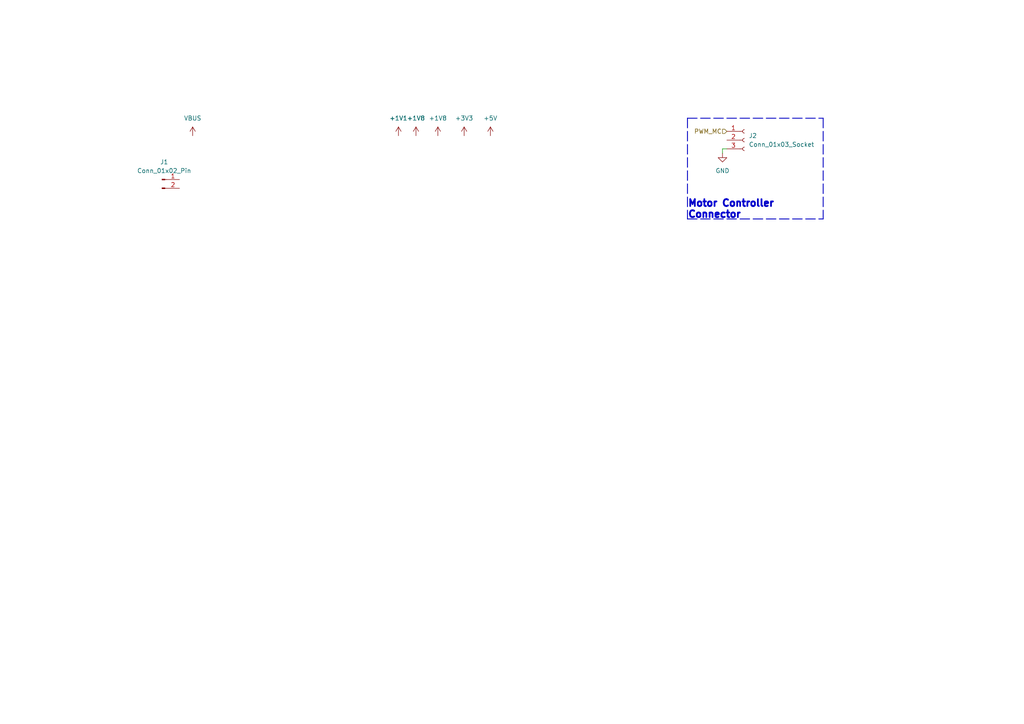
<source format=kicad_sch>
(kicad_sch (version 20230121) (generator eeschema)
  (paper "A4")
  (lib_symbols
    (symbol "Connector:Conn_01x02_Pin" (pin_names (offset 1.016) hide)
      (property "Reference" "J" (at 0 2.54 0))
      (property "Value" "Conn_01x02_Pin" (at 0 -5.08 0))
      (symbol "Conn_01x02_Pin_1_1"
        (polyline (pts (xy 1.27 -2.54) (xy 0.8636 -2.54)) (stroke (width 0.1524)))
        (polyline (pts (xy 1.27 0) (xy 0.8636 0)) (stroke (width 0.1524)))
        (rectangle (start 0.8636 -2.413) (end 0 -2.667) (stroke (width 0.1524)) (fill (type outline)))
        (rectangle (start 0.8636 0.127) (end 0 -0.127) (stroke (width 0.1524)) (fill (type outline)))
        (pin passive line (at 5.08 0 180) (length 3.81) (name "Pin_1") (number "1"))
        (pin passive line (at 5.08 -2.54 180) (length 3.81) (name "Pin_2") (number "2"))
      )
    )
    (symbol "Connector:Conn_01x03_Socket" (pin_names (offset 1.016) hide)
      (property "Reference" "J" (at 0 5.08 0))
      (property "Value" "Conn_01x03_Socket" (at 0 -5.08 0))
      (symbol "Conn_01x03_Socket_1_1"
        (arc (start 0 -2.032) (mid -0.5058 -2.54) (end 0 -3.048) (stroke (width 0.1524)))
        (polyline (pts (xy -1.27 -2.54) (xy -0.508 -2.54)) (stroke (width 0.1524)))
        (polyline (pts (xy -1.27 0) (xy -0.508 0)) (stroke (width 0.1524)))
        (polyline (pts (xy -1.27 2.54) (xy -0.508 2.54)) (stroke (width 0.1524)))
        (arc (start 0 0.508) (mid -0.5058 0) (end 0 -0.508) (stroke (width 0.1524)))
        (arc (start 0 3.048) (mid -0.5058 2.54) (end 0 2.032) (stroke (width 0.1524)))
        (pin passive line (at -5.08 2.54 0) (length 3.81) (name "Pin_1") (number "1"))
        (pin passive line (at -5.08 0 0) (length 3.81) (name "Pin_2") (number "2"))
        (pin passive line (at -5.08 -2.54 0) (length 3.81) (name "Pin_3") (number "3"))
      )
    )
    (symbol "power:+1V1" (power) (pin_names (offset 0))
      (property "Value" "+1V1" (at 0 3.556 0))
      (symbol "+1V1_0_1"
        (polyline (pts (xy -0.762 1.27) (xy 0 2.54)))
        (polyline (pts (xy 0 0) (xy 0 2.54)))
        (polyline (pts (xy 0 2.54) (xy 0.762 1.27)))
      )
      (symbol "+1V1_1_1"
        (pin power_in line (at 0 0 90) (length 0) hide (name "+1V1") (number "1"))
      )
    )
    (symbol "power:+1V8" (power) (pin_names (offset 0))
      (property "Value" "+1V8" (at 0 3.556 0))
      (symbol "+1V8_0_1"
        (polyline (pts (xy -0.762 1.27) (xy 0 2.54)))
        (polyline (pts (xy 0 0) (xy 0 2.54)))
        (polyline (pts (xy 0 2.54) (xy 0.762 1.27)))
      )
      (symbol "+1V8_1_1"
        (pin power_in line (at 0 0 90) (length 0) hide (name "+1V8") (number "1"))
      )
    )
    (symbol "power:+3V3" (power) (pin_names (offset 0))
      (property "Value" "+3V3" (at 0 3.556 0))
      (symbol "+3V3_0_1"
        (polyline (pts (xy -0.762 1.27) (xy 0 2.54)))
        (polyline (pts (xy 0 0) (xy 0 2.54)))
        (polyline (pts (xy 0 2.54) (xy 0.762 1.27)))
      )
      (symbol "+3V3_1_1"
        (pin power_in line (at 0 0 90) (length 0) hide (name "+3V3") (number "1"))
      )
    )
    (symbol "power:+5V" (power) (pin_names (offset 0))
      (property "Value" "+5V" (at 0 3.556 0))
      (symbol "+5V_0_1"
        (polyline (pts (xy -0.762 1.27) (xy 0 2.54)))
        (polyline (pts (xy 0 0) (xy 0 2.54)))
        (polyline (pts (xy 0 2.54) (xy 0.762 1.27)))
      )
      (symbol "+5V_1_1"
        (pin power_in line (at 0 0 90) (length 0) hide (name "+5V") (number "1"))
      )
    )
    (symbol "power:GND" (power) (pin_names (offset 0))
      (property "Value" "GND" (at 0 -3.81 0))
      (symbol "GND_0_1"
        (polyline (pts (xy 0 0) (xy 0 -1.27) (xy 1.27 -1.27) (xy 0 -2.54) (xy -1.27 -1.27) (xy 0 -1.27)))
      )
      (symbol "GND_1_1"
        (pin power_in line (at 0 0 270) (length 0) hide (name "GND") (number "1"))
      )
    )
    (symbol "power:VBUS" (power) (pin_names (offset 0))
      (property "Value" "VBUS" (at 0 3.81 0))
      (symbol "VBUS_0_1"
        (polyline (pts (xy -0.762 1.27) (xy 0 2.54)))
        (polyline (pts (xy 0 0) (xy 0 2.54)))
        (polyline (pts (xy 0 2.54) (xy 0.762 1.27)))
      )
      (symbol "VBUS_1_1"
        (pin power_in line (at 0 0 90) (length 0) hide (name "VBUS") (number "1"))
      )
    )
  )
  (polyline (pts (xy 238.76 34.29) (xy 238.76 63.5)) (stroke (width 0.254) (type dash)))
  (wire (pts (xy 209.55 43.18) (xy 209.55 44.45)))
  (polyline (pts (xy 199.39 63.5) (xy 238.76 63.5)) (stroke (width 0.254) (type dash)))
  (polyline (pts (xy 199.39 34.29) (xy 238.76 34.29)) (stroke (width 0.254) (type dash)))
  (wire (pts (xy 210.82 43.18) (xy 209.55 43.18)))
  (polyline (pts (xy 199.39 34.29) (xy 199.39 63.5)) (stroke (width 0.254) (type dash)))
  (text "Motor Controller\nConnector" (at 199.39 63.5 0) (effects (font (size 2 2) (thickness 1.016) bold) (justify left bottom)))
  (hierarchical_label "PWM_MC" (shape input) (at 210.82 38.1 180))
  (symbol (lib_id "power:+3V3") (at 134.62 39.37 0) (unit 1)
    (property "Reference" "#PWR01" (effects hide))
    (property "Value" "+3V3" (at 134.62 34.29 0))
  )
  (symbol (lib_id "power:+5V") (at 142.24 39.37 0) (unit 1)
    (property "Reference" "#PWR03" (effects hide))
    (property "Value" "+5V" (at 142.24 34.29 0))
  )
  (symbol (lib_id "power:+1V1") (at 115.57 39.37 0) (unit 1)
    (property "Reference" "#PWR05" (effects hide))
    (property "Value" "+1V1" (at 115.57 34.29 0))
  )
  (symbol (lib_id "Connector:Conn_01x03_Socket") (at 215.9 40.64 0) (unit 1)
    (property "Reference" "J2" (at 217.17 39.37 0) (effects (justify left)))
    (property "Value" "Conn_01x03_Socket" (at 217.17 41.91 0) (effects (justify left)))
  )
  (symbol (lib_id "power:VBUS") (at 55.88 39.37 0) (unit 1)
    (property "Reference" "#PWR07" (effects hide))
    (property "Value" "VBUS" (at 55.88 34.29 0))
  )
  (symbol (lib_id "power:GND") (at 209.55 44.45 0) (unit 1)
    (property "Reference" "#PWR02" (effects hide))
    (property "Value" "GND" (at 209.55 49.53 0))
  )
  (symbol (lib_id "power:+1V8") (at 127 39.37 0) (unit 1)
    (property "Reference" "#PWR04" (effects hide))
    (property "Value" "+1V8" (at 127 34.29 0))
  )
  (symbol (lib_id "Connector:Conn_01x02_Pin") (at 46.99 52.07 0) (unit 1)
    (property "Reference" "J1" (at 47.625 46.99 0))
    (property "Value" "Conn_01x02_Pin" (at 47.625 49.53 0))
  )
  (symbol (lib_id "power:+1V8") (at 120.65 39.37 0) (unit 1)
    (property "Reference" "#PWR06" (effects hide))
    (property "Value" "+1V8" (at 120.65 34.29 0))
  )
)
</source>
